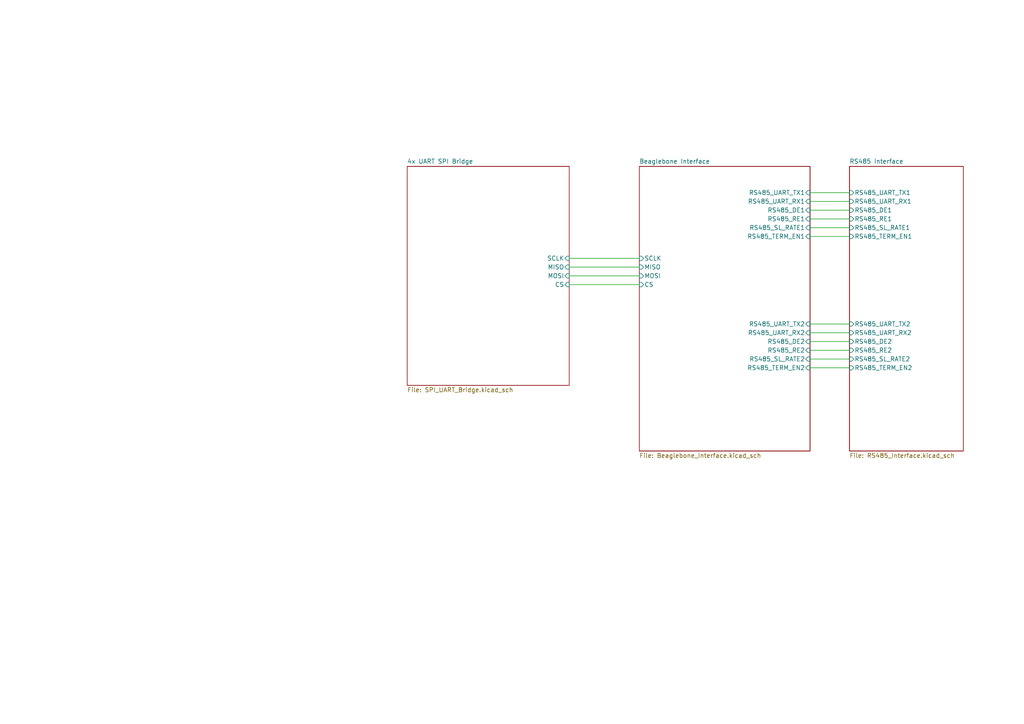
<source format=kicad_sch>
(kicad_sch
	(version 20231120)
	(generator "eeschema")
	(generator_version "8.0")
	(uuid "38251993-510d-4982-b9e0-71e10d82dd93")
	(paper "A4")
	(lib_symbols)
	(wire
		(pts
			(xy 234.95 60.96) (xy 246.38 60.96)
		)
		(stroke
			(width 0)
			(type default)
		)
		(uuid "00b8e478-f9ad-481c-a3a3-77b996bfc273")
	)
	(wire
		(pts
			(xy 234.95 96.52) (xy 246.38 96.52)
		)
		(stroke
			(width 0)
			(type default)
		)
		(uuid "15e8cf59-2982-4090-a3e1-23df124b70c3")
	)
	(wire
		(pts
			(xy 234.95 93.98) (xy 246.38 93.98)
		)
		(stroke
			(width 0)
			(type default)
		)
		(uuid "189b5b91-98d3-4c1b-926e-27415df6e147")
	)
	(wire
		(pts
			(xy 234.95 58.42) (xy 246.38 58.42)
		)
		(stroke
			(width 0)
			(type default)
		)
		(uuid "316a19ad-2803-495a-94fb-c01b364bd0f4")
	)
	(wire
		(pts
			(xy 234.95 63.5) (xy 246.38 63.5)
		)
		(stroke
			(width 0)
			(type default)
		)
		(uuid "475abde7-4603-42cb-a5b8-93a50a35e287")
	)
	(wire
		(pts
			(xy 234.95 68.58) (xy 246.38 68.58)
		)
		(stroke
			(width 0)
			(type default)
		)
		(uuid "498c9fd1-0de2-42cd-b38b-f72a8182f756")
	)
	(wire
		(pts
			(xy 185.42 74.93) (xy 165.1 74.93)
		)
		(stroke
			(width 0)
			(type default)
		)
		(uuid "4b897ee8-1b24-4896-bd8d-9a0d1c64d4ba")
	)
	(wire
		(pts
			(xy 165.1 77.47) (xy 185.42 77.47)
		)
		(stroke
			(width 0)
			(type default)
		)
		(uuid "55c8c91b-a6dc-4cc5-ae57-a79dc4e8c35f")
	)
	(wire
		(pts
			(xy 246.38 104.14) (xy 234.95 104.14)
		)
		(stroke
			(width 0)
			(type default)
		)
		(uuid "6130df88-6d18-439c-8eaa-c1c55743c2a5")
	)
	(wire
		(pts
			(xy 165.1 80.01) (xy 185.42 80.01)
		)
		(stroke
			(width 0)
			(type default)
		)
		(uuid "713ec16b-ad94-4e58-9e49-2b3578004b7b")
	)
	(wire
		(pts
			(xy 246.38 99.06) (xy 234.95 99.06)
		)
		(stroke
			(width 0)
			(type default)
		)
		(uuid "7e0302b2-bbf0-4efd-94d0-2d4fa6b28140")
	)
	(wire
		(pts
			(xy 246.38 66.04) (xy 234.95 66.04)
		)
		(stroke
			(width 0)
			(type default)
		)
		(uuid "892b5364-123f-4d49-95a8-b9ca8a2f72f4")
	)
	(wire
		(pts
			(xy 234.95 101.6) (xy 246.38 101.6)
		)
		(stroke
			(width 0)
			(type default)
		)
		(uuid "9f14f284-2bd2-43a3-a56d-deeaf6b2411b")
	)
	(wire
		(pts
			(xy 185.42 82.55) (xy 165.1 82.55)
		)
		(stroke
			(width 0)
			(type default)
		)
		(uuid "ab0a86df-4ac4-4945-8afa-6c2edae87fa2")
	)
	(wire
		(pts
			(xy 234.95 55.88) (xy 246.38 55.88)
		)
		(stroke
			(width 0)
			(type default)
		)
		(uuid "afc005b6-82d5-444f-be0d-3219b33da256")
	)
	(wire
		(pts
			(xy 234.95 106.68) (xy 246.38 106.68)
		)
		(stroke
			(width 0)
			(type default)
		)
		(uuid "f128632a-216b-43ba-a904-5a4d8f9bf2f3")
	)
	(sheet
		(at 118.11 48.26)
		(size 46.99 63.5)
		(fields_autoplaced yes)
		(stroke
			(width 0)
			(type solid)
		)
		(fill
			(color 0 0 0 0.0000)
		)
		(uuid "00000000-0000-0000-0000-00005efe97f6")
		(property "Sheetname" "4x UART SPI Bridge"
			(at 118.11 47.5484 0)
			(effects
				(font
					(size 1.27 1.27)
				)
				(justify left bottom)
			)
		)
		(property "Sheetfile" "SPI_UART_Bridge.kicad_sch"
			(at 118.11 112.3446 0)
			(effects
				(font
					(size 1.27 1.27)
				)
				(justify left top)
			)
		)
		(pin "SCLK" input
			(at 165.1 74.93 0)
			(effects
				(font
					(size 1.27 1.27)
				)
				(justify right)
			)
			(uuid "5af355dd-a6e1-4804-b9c8-23b3ae0afd74")
		)
		(pin "MISO" input
			(at 165.1 77.47 0)
			(effects
				(font
					(size 1.27 1.27)
				)
				(justify right)
			)
			(uuid "fcc4dafd-b4a4-4c75-abaa-f3d908cc7bd1")
		)
		(pin "MOSI" input
			(at 165.1 80.01 0)
			(effects
				(font
					(size 1.27 1.27)
				)
				(justify right)
			)
			(uuid "11eb159e-6fb1-4448-bf72-b01fb806a71a")
		)
		(pin "CS" input
			(at 165.1 82.55 0)
			(effects
				(font
					(size 1.27 1.27)
				)
				(justify right)
			)
			(uuid "298f1a5d-cb7e-4322-a558-d1c7774f30ef")
		)
		(instances
			(project "agricoltura-madre-cape-B"
				(path "/38251993-510d-4982-b9e0-71e10d82dd93"
					(page "2")
				)
			)
		)
	)
	(sheet
		(at 185.42 48.26)
		(size 49.53 82.55)
		(fields_autoplaced yes)
		(stroke
			(width 0)
			(type solid)
		)
		(fill
			(color 0 0 0 0.0000)
		)
		(uuid "00000000-0000-0000-0000-00005eff01a0")
		(property "Sheetname" "Beaglebone Interface"
			(at 185.42 47.5484 0)
			(effects
				(font
					(size 1.27 1.27)
				)
				(justify left bottom)
			)
		)
		(property "Sheetfile" "Beaglebone_Interface.kicad_sch"
			(at 185.42 131.3946 0)
			(effects
				(font
					(size 1.27 1.27)
				)
				(justify left top)
			)
		)
		(pin "RS485_UART_TX1" input
			(at 234.95 55.88 0)
			(effects
				(font
					(size 1.27 1.27)
				)
				(justify right)
			)
			(uuid "26b0b26e-9dcc-4ab8-a480-fd43fe8a9255")
		)
		(pin "RS485_UART_RX1" input
			(at 234.95 58.42 0)
			(effects
				(font
					(size 1.27 1.27)
				)
				(justify right)
			)
			(uuid "6583f3d1-139b-4caa-b770-0afea9f0aafb")
		)
		(pin "RS485_UART_TX2" input
			(at 234.95 93.98 0)
			(effects
				(font
					(size 1.27 1.27)
				)
				(justify right)
			)
			(uuid "355aac3f-91ba-4e64-a493-4535b38d5835")
		)
		(pin "RS485_UART_RX2" input
			(at 234.95 96.52 0)
			(effects
				(font
					(size 1.27 1.27)
				)
				(justify right)
			)
			(uuid "69876599-3cf1-44f8-b3a1-9c05a9b348b6")
		)
		(pin "RS485_DE2" input
			(at 234.95 99.06 0)
			(effects
				(font
					(size 1.27 1.27)
				)
				(justify right)
			)
			(uuid "05506fa4-5bed-4cbb-90ba-3af3dddc65ac")
		)
		(pin "RS485_DE1" input
			(at 234.95 60.96 0)
			(effects
				(font
					(size 1.27 1.27)
				)
				(justify right)
			)
			(uuid "3bb97806-d78e-4f73-b523-9077645e08e0")
		)
		(pin "RS485_SL_RATE2" input
			(at 234.95 104.14 0)
			(effects
				(font
					(size 1.27 1.27)
				)
				(justify right)
			)
			(uuid "d2269c2e-712d-4c01-92bc-8940f802168d")
		)
		(pin "RS485_SL_RATE1" input
			(at 234.95 66.04 0)
			(effects
				(font
					(size 1.27 1.27)
				)
				(justify right)
			)
			(uuid "883e23c2-647a-4222-9034-3a9ee1bfd38e")
		)
		(pin "RS485_TERM_EN1" input
			(at 234.95 68.58 0)
			(effects
				(font
					(size 1.27 1.27)
				)
				(justify right)
			)
			(uuid "6e9c39d2-36e5-4678-8e80-597da04b6ffa")
		)
		(pin "RS485_RE1" input
			(at 234.95 63.5 0)
			(effects
				(font
					(size 1.27 1.27)
				)
				(justify right)
			)
			(uuid "bba41b33-445c-49ad-8686-c4d4ac0493a4")
		)
		(pin "RS485_RE2" input
			(at 234.95 101.6 0)
			(effects
				(font
					(size 1.27 1.27)
				)
				(justify right)
			)
			(uuid "2c7b916f-9112-4811-b524-acf54950f85c")
		)
		(pin "RS485_TERM_EN2" input
			(at 234.95 106.68 0)
			(effects
				(font
					(size 1.27 1.27)
				)
				(justify right)
			)
			(uuid "4d94a169-0af4-4eaf-93c6-183ac2ffe7fa")
		)
		(pin "SCLK" input
			(at 185.42 74.93 180)
			(effects
				(font
					(size 1.27 1.27)
				)
				(justify left)
			)
			(uuid "c6bd2e54-5fe2-4378-aaef-c581f84b462c")
		)
		(pin "MISO" input
			(at 185.42 77.47 180)
			(effects
				(font
					(size 1.27 1.27)
				)
				(justify left)
			)
			(uuid "22001fcc-2dca-41e7-b873-acc4f8b4f2c5")
		)
		(pin "MOSI" input
			(at 185.42 80.01 180)
			(effects
				(font
					(size 1.27 1.27)
				)
				(justify left)
			)
			(uuid "5bd29311-2bca-4cee-ad35-e3456a1c3ae2")
		)
		(pin "CS" input
			(at 185.42 82.55 180)
			(effects
				(font
					(size 1.27 1.27)
				)
				(justify left)
			)
			(uuid "fd7e4417-6227-4c58-8049-9e2c745ba6f0")
		)
		(instances
			(project "agricoltura-madre-cape-B"
				(path "/38251993-510d-4982-b9e0-71e10d82dd93"
					(page "3")
				)
			)
		)
	)
	(sheet
		(at 246.38 48.26)
		(size 33.02 82.55)
		(fields_autoplaced yes)
		(stroke
			(width 0)
			(type solid)
		)
		(fill
			(color 0 0 0 0.0000)
		)
		(uuid "00000000-0000-0000-0000-00005eff8157")
		(property "Sheetname" "RS485 Interface"
			(at 246.38 47.5484 0)
			(effects
				(font
					(size 1.27 1.27)
				)
				(justify left bottom)
			)
		)
		(property "Sheetfile" "RS485_Interface.kicad_sch"
			(at 246.38 131.3946 0)
			(effects
				(font
					(size 1.27 1.27)
				)
				(justify left top)
			)
		)
		(pin "RS485_UART_TX1" input
			(at 246.38 55.88 180)
			(effects
				(font
					(size 1.27 1.27)
				)
				(justify left)
			)
			(uuid "6a595401-0fb0-44e7-bd10-a982f490730a")
		)
		(pin "RS485_UART_RX1" input
			(at 246.38 58.42 180)
			(effects
				(font
					(size 1.27 1.27)
				)
				(justify left)
			)
			(uuid "f9c2af17-1846-44cb-a126-6ba568acc48c")
		)
		(pin "RS485_UART_TX2" input
			(at 246.38 93.98 180)
			(effects
				(font
					(size 1.27 1.27)
				)
				(justify left)
			)
			(uuid "6ed5b513-cde2-47e6-996b-10d77311e391")
		)
		(pin "RS485_UART_RX2" input
			(at 246.38 96.52 180)
			(effects
				(font
					(size 1.27 1.27)
				)
				(justify left)
			)
			(uuid "72908ac1-c118-4c08-a71d-32ec16056801")
		)
		(pin "RS485_DE2" input
			(at 246.38 99.06 180)
			(effects
				(font
					(size 1.27 1.27)
				)
				(justify left)
			)
			(uuid "492cc6e3-7393-4de1-a7f8-c958229a01ff")
		)
		(pin "RS485_DE1" input
			(at 246.38 60.96 180)
			(effects
				(font
					(size 1.27 1.27)
				)
				(justify left)
			)
			(uuid "9c573709-ab18-4620-803f-b2570b62852b")
		)
		(pin "RS485_SL_RATE2" input
			(at 246.38 104.14 180)
			(effects
				(font
					(size 1.27 1.27)
				)
				(justify left)
			)
			(uuid "ff4643bd-b072-4d7a-8c8e-dbb67ae8a816")
		)
		(pin "RS485_SL_RATE1" input
			(at 246.38 66.04 180)
			(effects
				(font
					(size 1.27 1.27)
				)
				(justify left)
			)
			(uuid "83909f83-9629-47fe-a6a2-85641859cfda")
		)
		(pin "RS485_TERM_EN1" input
			(at 246.38 68.58 180)
			(effects
				(font
					(size 1.27 1.27)
				)
				(justify left)
			)
			(uuid "501937cd-7ecb-49de-9c9d-94f8f984349f")
		)
		(pin "RS485_RE1" input
			(at 246.38 63.5 180)
			(effects
				(font
					(size 1.27 1.27)
				)
				(justify left)
			)
			(uuid "0d4a2ca6-921c-479f-b1ce-3b460d3eedd5")
		)
		(pin "RS485_RE2" input
			(at 246.38 101.6 180)
			(effects
				(font
					(size 1.27 1.27)
				)
				(justify left)
			)
			(uuid "19d1af46-4be7-4c3a-945c-f3ce26a8c17e")
		)
		(pin "RS485_TERM_EN2" input
			(at 246.38 106.68 180)
			(effects
				(font
					(size 1.27 1.27)
				)
				(justify left)
			)
			(uuid "52bce853-ebb3-42ea-b089-c73b003a582a")
		)
		(instances
			(project "agricoltura-madre-cape-B"
				(path "/38251993-510d-4982-b9e0-71e10d82dd93"
					(page "4")
				)
			)
		)
	)
	(sheet_instances
		(path "/"
			(page "1")
		)
	)
)
</source>
